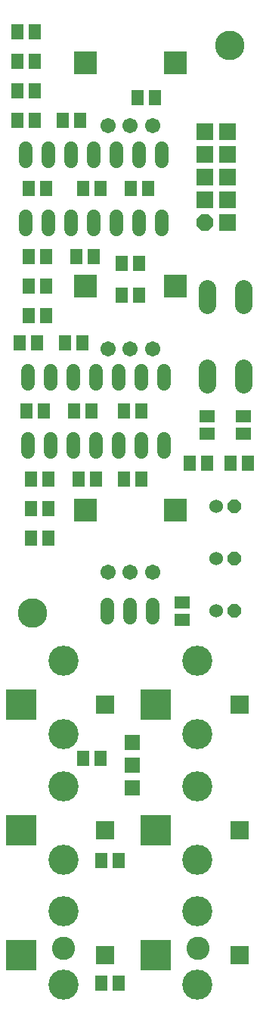
<source format=gbs>
G75*
%MOIN*%
%OFA0B0*%
%FSLAX24Y24*%
%IPPOS*%
%LPD*%
%AMOC8*
5,1,8,0,0,1.08239X$1,22.5*
%
%ADD10C,0.1024*%
%ADD11C,0.1300*%
%ADD12OC8,0.0600*%
%ADD13C,0.0600*%
%ADD14R,0.0552X0.0670*%
%ADD15C,0.0752*%
%ADD16R,0.0670X0.0552*%
%ADD17OC8,0.0740*%
%ADD18R,0.0740X0.0740*%
%ADD19R,0.1346X0.1346*%
%ADD20C,0.1326*%
%ADD21R,0.0808X0.0808*%
%ADD22C,0.0600*%
%ADD23R,0.0985X0.0985*%
%ADD24C,0.0674*%
%ADD25R,0.0680X0.0680*%
D10*
X003058Y002760D03*
X008983Y002760D03*
D11*
X001708Y017510D03*
X010408Y042510D03*
D12*
X010608Y022210D03*
X010608Y019910D03*
X010608Y017610D03*
D13*
X009808Y017610D03*
X009808Y019910D03*
X009808Y022210D03*
D14*
X009402Y024110D03*
X008615Y024110D03*
X010415Y024110D03*
X011202Y024110D03*
X006802Y036210D03*
X006015Y036210D03*
X006402Y032910D03*
X006402Y031510D03*
X005615Y031510D03*
X005615Y032910D03*
X004702Y036210D03*
X003915Y036210D03*
X003802Y039210D03*
X003015Y039210D03*
X002302Y036210D03*
X001515Y036210D03*
X001515Y033210D03*
X001515Y031910D03*
X001515Y030610D03*
X001902Y029410D03*
X002302Y030610D03*
X002302Y031910D03*
X002302Y033210D03*
X003115Y029410D03*
X003902Y029410D03*
X003515Y026410D03*
X004302Y026410D03*
X004502Y023410D03*
X003715Y023410D03*
X002402Y023410D03*
X002402Y022110D03*
X002402Y020810D03*
X001615Y020810D03*
X001615Y022110D03*
X001615Y023410D03*
X001415Y026410D03*
X002202Y026410D03*
X001115Y029410D03*
X003615Y033210D03*
X004402Y033210D03*
X005715Y026410D03*
X006502Y026410D03*
X006502Y023410D03*
X005715Y023410D03*
X004702Y011110D03*
X003915Y011110D03*
X004715Y006610D03*
X005502Y006610D03*
X005502Y001210D03*
X004715Y001210D03*
X001802Y039210D03*
X001802Y040510D03*
X001802Y041810D03*
X001802Y043110D03*
X001015Y043110D03*
X001015Y041810D03*
X001015Y040510D03*
X001015Y039210D03*
X006315Y040210D03*
X007102Y040210D03*
D15*
X009408Y031816D02*
X009408Y031104D01*
X009408Y028316D02*
X009408Y027604D01*
X011008Y027604D02*
X011008Y028316D01*
X011008Y031104D02*
X011008Y031816D01*
D16*
X011008Y026204D03*
X011008Y025416D03*
X009408Y025416D03*
X009408Y026204D03*
X008308Y018004D03*
X008308Y017216D03*
D17*
X009308Y034710D03*
D18*
X009308Y035710D03*
X009308Y036710D03*
X009308Y037710D03*
X009308Y038710D03*
X010308Y038710D03*
X010308Y037710D03*
X010308Y036710D03*
X010308Y035710D03*
X010308Y034710D03*
D19*
X001211Y002457D03*
X001211Y007969D03*
X001211Y013481D03*
X007116Y013481D03*
X007116Y007969D03*
X007116Y002457D03*
D20*
X008967Y001158D03*
X008967Y004386D03*
X008967Y006670D03*
X008967Y009898D03*
X008967Y012182D03*
X008967Y015410D03*
X003061Y015410D03*
X003061Y012182D03*
X003061Y009898D03*
X003061Y006670D03*
X003061Y004386D03*
X003061Y001158D03*
D21*
X004911Y002457D03*
X004911Y007969D03*
X004911Y013481D03*
X010817Y013481D03*
X010817Y007969D03*
X010817Y002457D03*
D22*
X007008Y017330D02*
X007008Y017890D01*
X006008Y017890D02*
X006008Y017330D01*
X005008Y017330D02*
X005008Y017890D01*
X004508Y024630D02*
X004508Y025190D01*
X004508Y027630D02*
X004508Y028190D01*
X003508Y028190D02*
X003508Y027630D01*
X003508Y025190D02*
X003508Y024630D01*
X002508Y024630D02*
X002508Y025190D01*
X002508Y027630D02*
X002508Y028190D01*
X001508Y028190D02*
X001508Y027630D01*
X001508Y025190D02*
X001508Y024630D01*
X001408Y034430D02*
X001408Y034990D01*
X001408Y037430D02*
X001408Y037990D01*
X002408Y037990D02*
X002408Y037430D01*
X002408Y034990D02*
X002408Y034430D01*
X003408Y034430D02*
X003408Y034990D01*
X003408Y037430D02*
X003408Y037990D01*
X004408Y037990D02*
X004408Y037430D01*
X004408Y034990D02*
X004408Y034430D01*
X005408Y034430D02*
X005408Y034990D01*
X005408Y037430D02*
X005408Y037990D01*
X006408Y037990D02*
X006408Y037430D01*
X006408Y034990D02*
X006408Y034430D01*
X007408Y034430D02*
X007408Y034990D01*
X007408Y037430D02*
X007408Y037990D01*
X007508Y028190D02*
X007508Y027630D01*
X007508Y025190D02*
X007508Y024630D01*
X006508Y024630D02*
X006508Y025190D01*
X006508Y027630D02*
X006508Y028190D01*
X005508Y028190D02*
X005508Y027630D01*
X005508Y025190D02*
X005508Y024630D01*
D23*
X004045Y022064D03*
X004045Y031906D03*
X004045Y041749D03*
X007982Y041749D03*
X007982Y031906D03*
X007982Y022064D03*
D24*
X006998Y019308D03*
X006014Y019308D03*
X005029Y019308D03*
X005029Y029150D03*
X006014Y029150D03*
X006998Y029150D03*
X006998Y038993D03*
X006014Y038993D03*
X005029Y038993D03*
D25*
X006108Y011810D03*
X006108Y010810D03*
X006108Y009810D03*
M02*

</source>
